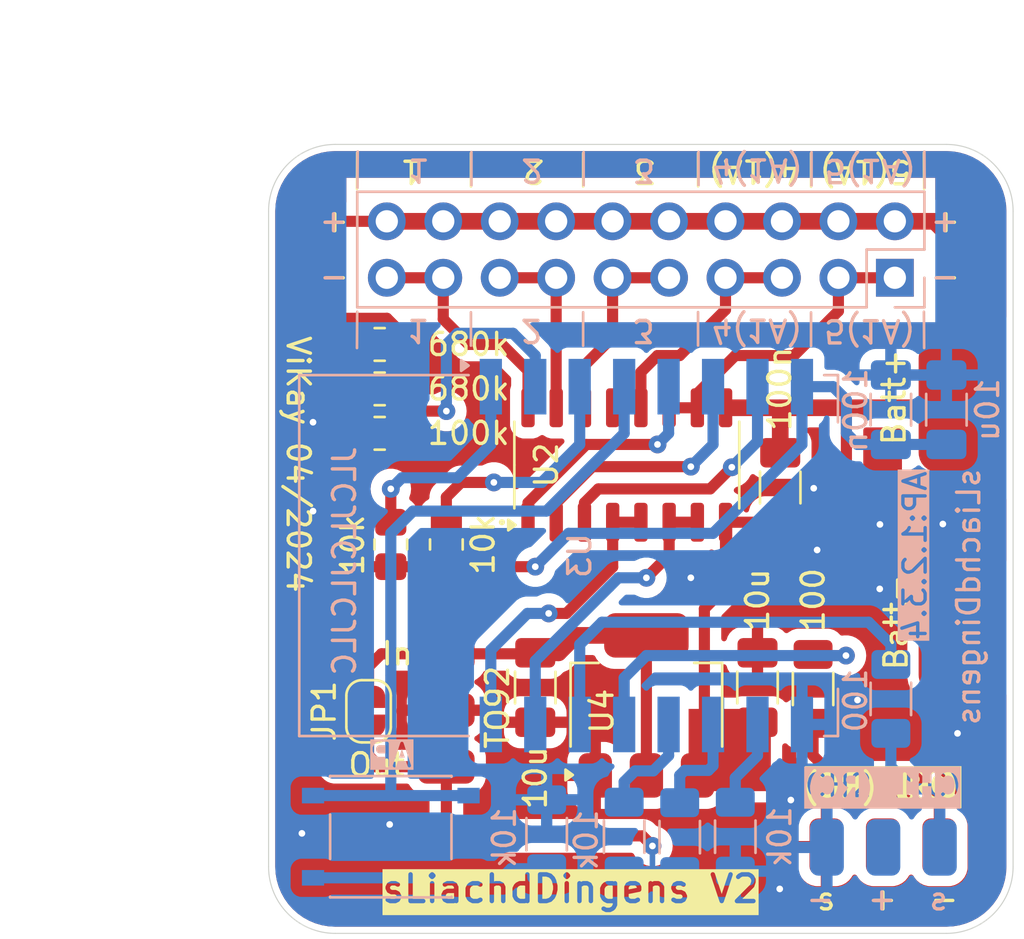
<source format=kicad_pcb>
(kicad_pcb (version 20240108) (generator "pcbnew") (generator_version "8.0")
  (layers (0 "F.Cu" signal) (31 "B.Cu" signal) (34 "B.Paste" user) (35 "F.Paste" user) (36 "B.SilkS" user "B.Silkscreen") (37 "F.SilkS" user "F.Silkscreen") (38 "B.Mask" user) (39 "F.Mask" user) (44 "Edge.Cuts" user))
  (net 0 "")
  (net 1 "-BATT")
  (net 2 "D1")
  (net 3 "+BATT")
  (net 5 "D2")
  (net 6 "Net-(J3-Pin_13)")
  (net 7 "Net-(J3-Pin_5)")
  (net 8 "Net-(R2-Pad2)")
  (net 9 "Net-(J3-Pin_11)")
  (net 10 "Net-(J3-Pin_17)")
  (net 11 "Net-(J3-Pin_1)")
  (net 13 "D4")
  (net 14 "D0")
  (net 15 "D8")
  (net 16 "D3")
  (net 17 "TX")
  (net 18 "3,3V")
  (net 19 "RX")
  (net 20 "D5")
  (net 21 "D7")
  (net 22 "D6")
  (net 23 "Net-(U3-EN)")
  (net 24 "ADC")
  (net 25 "Net-(U3-~{RST})")
  (net 26 "/CH1")
  (net 27 "/CH2")
  (net 28 "Net-(JP1-A)")
  (net 29 "Net-(R10-Pad2)")
  (footprint "ViKay:Conn_01x03_2.54_small" (layer "F.Cu") (at 131.680897 92.596947 -90)
    (property "Reference" "CH2(RC)1" (hide yes))
    (property "Value" "CH2 (RC) LowPower" (hide yes))
    (fp_text user "CH2 (RC)" (at -2.75 2.5 0) (layer "F.SilkS" knockout))
    (pad "1" smd roundrect (at 0 0 270) (size 2.54 1.524) (layers "F.Cu" "F.Paste" "F.Mask") (net 27 "/CH2"))
    (pad "2" smd roundrect (at 0 2.54 270) (size 2.54 1.524) (layers "F.Cu" "F.Paste" "F.Mask"))
    (pad "3" smd roundrect (at 0 5.08 270) (size 2.54 1.524) (layers "F.Cu" "F.Paste" "F.Mask") (net 1 "-BATT"))
  )
  (footprint "ViKay:Conn_01x01_2.54_big" (layer "F.Cu") (at 132.5 82.75 90)
    (property "Reference" "Batt-1" (hide yes))
    (property "Value" "Batt-" (at 0.248563 -2.769697 90) (layer "F.SilkS") (effects (font (thickness 0.153))))
    (pad "1" smd roundrect (at 0 0 90) (size 6 3.5) (layers "F.Cu" "F.Paste" "F.Mask") (net 1 "-BATT"))
  )
  (footprint "Package_SO:SO-16_3.9x9.9mm_P1.27mm" (layer "F.Cu") (at 117.61887 75.425 90)
    (property "Reference" "U2" (at 0 -3.61887 90) (layer "F.SilkS"))
    (property "Value" "ULN2003")
    (pad "1" smd roundrect (at -2.575 -4.445 90) (size 1.75 0.6) (layers "F.Cu" "F.Paste" "F.Mask") (net 20 "D5"))
    (pad "2" smd roundrect (at -2.575 -3.175 90) (size 1.75 0.6) (layers "F.Cu" "F.Paste" "F.Mask") (net 22 "D6"))
    (pad "3" smd roundrect (at -2.575 -1.905 90) (size 1.75 0.6) (layers "F.Cu" "F.Paste" "F.Mask") (net 21 "D7"))
    (pad "4" smd roundrect (at -2.575 -0.635 90) (size 1.75 0.6) (layers "F.Cu" "F.Paste" "F.Mask") (net 17 "TX"))
    (pad "5" smd roundrect (at -2.575 0.635 90) (size 1.75 0.6) (layers "F.Cu" "F.Paste" "F.Mask") (net 17 "TX"))
    (pad "6" smd roundrect (at -2.575 1.905 90) (size 1.75 0.6) (layers "F.Cu" "F.Paste" "F.Mask") (net 19 "RX"))
    (pad "7" smd roundrect (at -2.575 3.175 90) (size 1.75 0.6) (layers "F.Cu" "F.Paste" "F.Mask") (net 19 "RX"))
    (pad "8" smd roundrect (at -2.575 4.445 90) (size 1.75 0.6) (layers "F.Cu" "F.Paste" "F.Mask") (net 1 "-BATT"))
    (pad "9" smd roundrect (at 2.575 4.445 90) (size 1.75 0.6) (layers "F.Cu" "F.Paste" "F.Mask") (net 3 "+BATT"))
    (pad "10" smd roundrect (at 2.575 3.175 90) (size 1.75 0.6) (layers "F.Cu" "F.Paste" "F.Mask") (net 11 "Net-(J3-Pin_1)"))
    (pad "11" smd roundrect (at 2.575 1.905 90) (size 1.75 0.6) (layers "F.Cu" "F.Paste" "F.Mask") (net 11 "Net-(J3-Pin_1)"))
    (pad "12" smd roundrect (at 2.575 0.635 90) (size 1.75 0.6) (layers "F.Cu" "F.Paste" "F.Mask") (net 7 "Net-(J3-Pin_5)"))
    (pad "13" smd roundrect (at 2.575 -0.635 90) (size 1.75 0.6) (layers "F.Cu" "F.Paste" "F.Mask") (net 7 "Net-(J3-Pin_5)"))
    (pad "14" smd roundrect (at 2.575 -1.905 90) (size 1.75 0.6) (layers "F.Cu" "F.Paste" "F.Mask") (net 9 "Net-(J3-Pin_11)"))
    (pad "15" smd roundrect (at 2.575 -3.175 90) (size 1.75 0.6) (layers "F.Cu" "F.Paste" "F.Mask") (net 6 "Net-(J3-Pin_13)"))
    (pad "16" smd roundrect (at 2.575 -4.445 90) (size 1.75 0.6) (layers "F.Cu" "F.Paste" "F.Mask") (net 10 "Net-(J3-Pin_17)"))
  )
  (footprint "Capacitor_SMD:C_1206_3216Metric_Pad1.33x1.80mm_HandSolder" (layer "F.Cu") (at 124.522424 76.4375 -90)
    (property "Reference" "C2" (hide yes))
    (property "Value" "100n" (at -4.4375 0.022424 -90) (layer "F.SilkS"))
    (pad "1" smd roundrect (at -1.5625 0 270) (size 1.325 1.8) (layers "F.Cu" "F.Paste" "F.Mask") (roundrect_rratio 0.188679) (net 3 "+BATT"))
    (pad "2" smd roundrect (at 1.5625 0 270) (size 1.325 1.8) (layers "F.Cu" "F.Paste" "F.Mask") (roundrect_rratio 0.188679) (net 1 "-BATT"))
  )
  (footprint "ViKay:Conn_01x01_2.54_big" (layer "F.Cu") (at 132.5 72.75 90)
    (property "Reference" "Batt+1" (hide yes))
    (property "Value" "Batt+" (at 0.372925 -2.860093 90) (layer "F.SilkS") (effects (font (thickness 0.153))))
    (pad "1" smd roundrect (at 0 0 90) (size 6 3.5) (layers "F.Cu" "F.Paste" "F.Mask") (net 3 "+BATT"))
  )
  (footprint "ViKay:Conn_01x03_2.54_small" (layer "F.Cu") (at 109.5 83.92)
    (property "Reference" "TO92" (at 2.298647 2.405903 -90) (layer "F.SilkS"))
    (property "Value" "KA75330" (hide yes))
    (pad "1" smd roundrect (at 0 0) (size 2.54 1.524) (layers "F.Cu" "F.Paste" "F.Mask") (net 28 "Net-(JP1-A)"))
    (pad "2" smd roundrect (at 0 2.54) (size 2.54 1.524) (layers "F.Cu" "F.Paste" "F.Mask") (net 1 "-BATT"))
    (pad "3" smd roundrect (at 0 5.08) (size 2.54 1.524) (layers "F.Cu" "F.Paste" "F.Mask") (net 18 "3,3V"))
  )
  (footprint "Package_TO_SOT_SMD:SOT-223-3_TabPin2" (layer "F.Cu") (at 118.5 86.241573 90)
    (property "Reference" "U4" (at -0.258427 -2 -90) (layer "F.SilkS"))
    (property "Value" "AMS1117-3.3")
    (pad "1" smd roundrect (at -3.15 -2.3 90) (size 2 1.5) (layers "F.Cu" "F.Paste" "F.Mask") (net 1 "-BATT"))
    (pad "2" smd roundrect (at -3.15 0 90) (size 2 1.5) (layers "F.Cu" "F.Paste" "F.Mask") (net 28 "Net-(JP1-A)"))
    (pad "2" smd roundrect (at 3.15 0 90) (size 2 3.8) (layers "F.Cu" "F.Paste" "F.Mask") (net 28 "Net-(JP1-A)"))
    (pad "3" smd roundrect (at -3.15 2.3 90) (size 2 1.5) (layers "F.Cu" "F.Paste" "F.Mask") (net 3 "+BATT"))
  )
  (footprint "Resistor_SMD:R_0805_2012Metric_Pad1.20x1.40mm_HandSolder" (layer "F.Cu") (at 106.5 70)
    (property "Reference" "R11" (hide yes))
    (property "Value" "680k" (at 4 0 0) (layer "F.SilkS"))
    (pad "1" smd roundrect (at -1 0) (size 1.2 1.4) (layers "F.Cu" "F.Paste" "F.Mask") (roundrect_rratio 0.208333) (net 29 "Net-(R10-Pad2)"))
    (pad "2" smd roundrect (at 1 0) (size 1.2 1.4) (layers "F.Cu" "F.Paste" "F.Mask") (roundrect_rratio 0.208333) (net 3 "+BATT"))
  )
  (footprint "Resistor_SMD:R_0805_2012Metric_Pad1.20x1.40mm_HandSolder" (layer "F.Cu") (at 109.5 79 90)
    (property "Reference" "R1" (hide yes))
    (property "Value" "10k" (at 0 1.65 -90) (layer "F.SilkS"))
    (pad "1" smd roundrect (at -1 0 90) (size 1.2 1.4) (layers "F.Cu" "F.Paste" "F.Mask") (roundrect_rratio 0.208333) (net 18 "3,3V"))
    (pad "2" smd roundrect (at 1 0 90) (size 1.2 1.4) (layers "F.Cu" "F.Paste" "F.Mask") (roundrect_rratio 0.208333) (net 23 "Net-(U3-EN)"))
  )
  (footprint "Resistor_SMD:R_0805_2012Metric_Pad1.20x1.40mm_HandSolder" (layer "F.Cu") (at 106.5 74)
    (property "Reference" "R9" (hide yes))
    (property "Value" "100k" (at 4 0 0) (layer "F.SilkS"))
    (pad "1" smd roundrect (at -1 0) (size 1.2 1.4) (layers "F.Cu" "F.Paste" "F.Mask") (roundrect_rratio 0.208333) (net 1 "-BATT"))
    (pad "2" smd roundrect (at 1 0) (size 1.2 1.4) (layers "F.Cu" "F.Paste" "F.Mask") (roundrect_rratio 0.208333) (net 24 "ADC"))
  )
  (footprint "Capacitor_SMD:C_1206_3216Metric_Pad1.33x1.80mm_HandSolder" (layer "F.Cu") (at 123.5 85.4375 90)
    (property "Reference" "C3" (hide yes))
    (property "Value" "10u" (at 3.9375 0 90) (layer "F.SilkS"))
    (pad "1" smd roundrect (at -1.5625 0 90) (size 1.325 1.8) (layers "F.Cu" "F.Paste" "F.Mask") (roundrect_rratio 0.188679) (net 3 "+BATT"))
    (pad "2" smd roundrect (at 1.5625 0 90) (size 1.325 1.8) (layers "F.Cu" "F.Paste" "F.Mask") (roundrect_rratio 0.188679) (net 1 "-BATT"))
  )
  (footprint "Resistor_SMD:R_0805_2012Metric_Pad1.20x1.40mm_HandSolder" (layer "F.Cu") (at 107 79 90)
    (property "Reference" "R3" (hide yes))
    (property "Value" "10k" (at -0.025447 -1.724235 -90) (layer "F.SilkS"))
    (pad "1" smd roundrect (at -1 0 90) (size 1.2 1.4) (layers "F.Cu" "F.Paste" "F.Mask") (roundrect_rratio 0.208333) (net 18 "3,3V"))
    (pad "2" smd roundrect (at 1 0 90) (size 1.2 1.4) (layers "F.Cu" "F.Paste" "F.Mask") (roundrect_rratio 0.208333) (net 25 "Net-(U3-~{RST})"))
  )
  (footprint "Resistor_SMD:R_0805_2012Metric_Pad1.20x1.40mm_HandSolder" (layer "F.Cu") (at 106.5 72 180)
    (property "Reference" "R10" (hide yes))
    (property "Value" "680k" (at -4 0 0) (layer "F.SilkS"))
    (pad "1" smd roundrect (at -1 0 180) (size 1.2 1.4) (layers "F.Cu" "F.Paste" "F.Mask") (roundrect_rratio 0.208333) (net 24 "ADC"))
    (pad "2" smd roundrect (at 1 0 180) (size 1.2 1.4) (layers "F.Cu" "F.Paste" "F.Mask") (roundrect_rratio 0.208333) (net 29 "Net-(R10-Pad2)"))
  )
  (footprint "Jumper:SolderJumper-2_P1.3mm_Open_RoundedPad1.0x1.5mm" (layer "F.Cu") (at 106 86.506208 -90)
    (property "Reference" "JP1" (at -0.006208 2 90) (layer "F.SilkS"))
    (property "Value" "kein Supervisor")
    (pad "1" smd custom (at -0.65 0 270) (size 1 0.5) (layers "F.Cu" "F.Mask") (net 28 "Net-(JP1-A)") (options (clearance outline) (anchor rect)) (primitives (gr_circle (center 0 0.25) (end 0.5 0.25) (width 0) (fill yes)) (gr_circle (center 0 -0.25) (end 0.5 -0.25) (width 0) (fill yes)) (gr_poly (pts (xy 0.5 0.75) (xy 0 0.75) (xy 0 -0.75) (xy 0.5 -0.75)) (width 0) (fill yes))))
    (pad "2" smd custom (at 0.65 0 270) (size 1 0.5) (layers "F.Cu" "F.Mask") (net 18 "3,3V") (options (clearance outline) (anchor rect)) (primitives (gr_circle (center 0 0.25) (end 0.5 0.25) (width 0) (fill yes)) (gr_circle (center 0 -0.25) (end 0.5 -0.25) (width 0) (fill yes)) (gr_poly (pts (xy 0 0.75) (xy -0.5 0.75) (xy -0.5 -0.75) (xy 0 -0.75)) (width 0) (fill yes))))
  )
  (footprint "Capacitor_SMD:C_1206_3216Metric_Pad1.33x1.80mm_HandSolder" (layer "F.Cu") (at 113.5 85.4375 -90)
    (property "Reference" "C4" (hide yes))
    (property "Value" "10u" (at 4.0625 0 -90) (layer "F.SilkS"))
    (pad "1" smd roundrect (at -1.5625 0 270) (size 1.325 1.8) (layers "F.Cu" "F.Paste" "F.Mask") (roundrect_rratio 0.188679) (net 28 "Net-(JP1-A)"))
    (pad "2" smd roundrect (at 1.5625 0 270) (size 1.325 1.8) (layers "F.Cu" "F.Paste" "F.Mask") (roundrect_rratio 0.188679) (net 1 "-BATT"))
  )
  (footprint "Resistor_SMD:R_1206_3216Metric_Pad1.30x1.75mm_HandSolder" (layer "F.Cu") (at 126 85.5 90)
    (property "Reference" "R8" (hide yes))
    (property "Value" "100" (at 4 0 90) (layer "F.SilkS"))
    (pad "1" smd roundrect (at -1.55 0 90) (size 1.3 1.75) (layers "F.Cu" "F.Paste" "F.Mask") (roundrect_rratio 0.192308) (net 27 "/CH2"))
    (pad "2" smd roundrect (at 1.55 0 90) (size 1.3 1.75) (layers "F.Cu" "F.Paste" "F.Mask") (roundrect_rratio 0.192308) (net 5 "D2"))
  )
  (footprint "ViKay:Conn_01x03_2.54_small" (layer "B.Cu") (at 131.703418 92.632772 90)
    (property "Reference" "CH1(RC)1" (hide yes))
    (property "Value" "CH1 (RC)" (at 2.764054 -2.605888 0) (layer "B.SilkS" knockout) (effects (font (thickness 0.153)) (justify mirror)))
    (pad "1" smd roundrect (at 0 0 90) (size 2.54 1.524) (layers "B.Cu" "B.Paste" "B.Mask") (net 26 "/CH1"))
    (pad "2" smd roundrect (at 0 -2.54 90) (size 2.54 1.524) (layers "B.Cu" "B.Paste" "B.Mask"))
    (pad "3" smd roundrect (at 0 -5.08 90) (size 2.54 1.524) (layers "B.Cu" "B.Paste" "B.Mask") (net 1 "-BATT"))
  )
  (footprint "ViKay:SW_Push_1P1T_NO_4.5x4.5mm_H7mm" (layer "B.Cu") (at 107 92.15 180)
    (property "Reference" "SW1" (hide yes))
    (property "Value" "AP" (at 0 3.65 180) (layer "B.SilkS" knockout) (effects (font (thickness 0.153)) (justify mirror)))
    (pad "1" smd rect (at -3.5 1.85 180) (size 1 0.7) (layers "B.Cu" "B.Paste" "B.Mask") (net 14 "D0"))
    (pad "1" smd rect (at 3.5 1.85 180) (size 1 0.7) (layers "B.Cu" "B.Paste" "B.Mask") (net 14 "D0"))
    (pad "2" smd rect (at -3.5 -1.85 180) (size 1 0.7) (layers "B.Cu" "B.Paste" "B.Mask") (net 8 "Net-(R2-Pad2)"))
    (pad "2" smd rect (at 3.5 -1.85 180) (size 1 0.7) (layers "B.Cu" "B.Paste" "B.Mask") (net 8 "Net-(R2-Pad2)"))
  )
  (footprint "Resistor_SMD:R_1206_3216Metric_Pad1.30x1.75mm_HandSolder" (layer "B.Cu") (at 114.013202 92.040396 -90)
    (property "Reference" "R2" (hide yes))
    (property "Value" "10k" (at 0.146997 1.908645 90) (layer "B.SilkS") (effects (justify mirror)))
    (pad "1" smd roundrect (at -1.55 0 270) (size 1.3 1.75) (layers "B.Cu" "B.Paste" "B.Mask") (roundrect_rratio 0.192308) (net 1 "-BATT"))
    (pad "2" smd roundrect (at 1.55 0 270) (size 1.3 1.75) (layers "B.Cu" "B.Paste" "B.Mask") (roundrect_rratio 0.192308) (net 8 "Net-(R2-Pad2)"))
  )
  (footprint "Connector_PinHeader_2.54mm:PinHeader_2x10_P2.54mm_Vertical" (layer "B.Cu") (at 129.68 67 90)
    (property "Reference" "J3" (hide yes))
    (property "Value" "Conn_02x05_Odd_Even")
    (pad "1" thru_hole rect (at 0 0 90) (size 1.7 1.7) (drill 1) (layers "*.Cu" "*.Mask") (net 11 "Net-(J3-Pin_1)"))
    (pad "2" thru_hole oval (at 2.54 0 90) (size 1.7 1.7) (drill 1) (layers "*.Cu" "*.Mask") (net 3 "+BATT"))
    (pad "3" thru_hole oval (at 0 -2.54 90) (size 1.7 1.7) (drill 1) (layers "*.Cu" "*.Mask") (net 11 "Net-(J3-Pin_1)"))
    (pad "4" thru_hole oval (at 2.54 -2.54 90) (size 1.7 1.7) (drill 1) (layers "*.Cu" "*.Mask") (net 3 "+BATT"))
    (pad "5" thru_hole oval (at 0 -5.08 90) (size 1.7 1.7) (drill 1) (layers "*.Cu" "*.Mask") (net 7 "Net-(J3-Pin_5)"))
    (pad "6" thru_hole oval (at 2.54 -5.08 90) (size 1.7 1.7) (drill 1) (layers "*.Cu" "*.Mask") (net 3 "+BATT"))
    (pad "7" thru_hole oval (at 0 -7.62 90) (size 1.7 1.7) (drill 1) (layers "*.Cu" "*.Mask") (net 7 "Net-(J3-Pin_5)"))
    (pad "8" thru_hole oval (at 2.54 -7.62 90) (size 1.7 1.7) (drill 1) (layers "*.Cu" "*.Mask") (net 3 "+BATT"))
    (pad "9" thru_hole oval (at 0 -10.16 90) (size 1.7 1.7) (drill 1) (layers "*.Cu" "*.Mask") (net 9 "Net-(J3-Pin_11)"))
    (pad "10" thru_hole oval (at 2.54 -10.16 90) (size 1.7 1.7) (drill 1) (layers "*.Cu" "*.Mask") (net 3 "+BATT"))
    (pad "11" thru_hole oval (at 0 -12.7 90) (size 1.7 1.7) (drill 1) (layers "*.Cu" "*.Mask") (net 9 "Net-(J3-Pin_11)"))
    (pad "12" thru_hole oval (at 2.54 -12.7 90) (size 1.7 1.7) (drill 1) (layers "*.Cu" "*.Mask") (net 3 "+BATT"))
    (pad "13" thru_hole oval (at 0 -15.24 90) (size 1.7 1.7) (drill 1) (layers "*.Cu" "*.Mask") (net 6 "Net-(J3-Pin_13)"))
    (pad "14" thru_hole oval (at 2.54 -15.24 90) (size 1.7 1.7) (drill 1) (layers "*.Cu" "*.Mask") (net 3 "+BATT"))
    (pad "15" thru_hole oval (at 0 -17.78 90) (size 1.7 1.7) (drill 1) (layers "*.Cu" "*.Mask") (net 6 "Net-(J3-Pin_13)"))
    (pad "16" thru_hole oval (at 2.54 -17.78 90) (size 1.7 1.7) (drill 1) (layers "*.Cu" "*.Mask") (net 3 "+BATT"))
    (pad "17" thru_hole oval (at 0 -20.32 90) (size 1.7 1.7) (drill 1) (layers "*.Cu" "*.Mask") (net 10 "Net-(J3-Pin_17)"))
    (pad "18" thru_hole oval (at 2.54 -20.32 90) (size 1.7 1.7) (drill 1) (layers "*.Cu" "*.Mask") (net 3 "+BATT"))
    (pad "19" thru_hole oval (at 0 -22.86 90) (size 1.7 1.7) (drill 1) (layers "*.Cu" "*.Mask") (net 10 "Net-(J3-Pin_17)"))
    (pad "20" thru_hole oval (at 2.54 -22.86 90) (size 1.7 1.7) (drill 1) (layers "*.Cu" "*.Mask") (net 3 "+BATT"))
  )
  (footprint "Capacitor_SMD:C_1206_3216Metric_Pad1.33x1.80mm_HandSolder" (layer "B.Cu") (at 129.5 72.9375 -90)
    (property "Reference" "C5" (hide yes))
    (property "Value" "100n" (at 0.024202 1.584848 -90) (layer "B.SilkS") (effects (font (thickness 0.153)) (justify mirror)))
    (pad "1" smd roundrect (at -1.5625 0 270) (size 1.325 1.8) (layers "B.Cu" "B.Paste" "B.Mask") (roundrect_rratio 0.188679) (net 1 "-BATT"))
    (pad "2" smd roundrect (at 1.5625 0 270) (size 1.325 1.8) (layers "B.Cu" "B.Paste" "B.Mask") (roundrect_rratio 0.188679) (net 18 "3,3V"))
  )
  (footprint "Resistor_SMD:R_1206_3216Metric_Pad1.30x1.75mm_HandSolder" (layer "B.Cu") (at 120 92.169254 -90)
    (property "Reference" "R5" (hide yes))
    (property "Value" "10k" (hide yes))
    (pad "1" smd roundrect (at -1.55 0 270) (size 1.3 1.75) (layers "B.Cu" "B.Paste" "B.Mask") (roundrect_rratio 0.192308) (net 13 "D4"))
    (pad "2" smd roundrect (at 1.55 0 270) (size 1.3 1.75) (layers "B.Cu" "B.Paste" "B.Mask") (roundrect_rratio 0.192308) (net 18 "3,3V"))
  )
  (footprint "Capacitor_SMD:C_1206_3216Metric_Pad1.33x1.80mm_HandSolder" (layer "B.Cu") (at 132 72.9375 -90)
    (property "Reference" "C6" (hide yes))
    (property "Value" "10u" (at 0 -1.85 -90) (layer "B.SilkS") (effects (justify mirror)))
    (pad "1" smd roundrect (at -1.5625 0 270) (size 1.325 1.8) (layers "B.Cu" "B.Paste" "B.Mask") (roundrect_rratio 0.188679) (net 1 "-BATT"))
    (pad "2" smd roundrect (at 1.5625 0 270) (size 1.325 1.8) (layers "B.Cu" "B.Paste" "B.Mask") (roundrect_rratio 0.188679) (net 18 "3,3V"))
  )
  (footprint "ViKay:ESP-12S" (layer "B.Cu") (at 115 79.5 -90)
    (property "Reference" "U3" (at 0 -0.5 -90) (layer "B.SilkS") (effects (justify mirror)))
    (property "Value" "ESP-12F")
    (pad "1" smd rect (at -7.6 3.5 270) (size 2.5 1) (layers "B.Cu" "B.Paste" "B.Mask") (net 25 "Net-(U3-~{RST})"))
    (pad "2" smd rect (at -7.6 1.5 270) (size 2.5 1) (layers "B.Cu" "B.Paste" "B.Mask") (net 24 "ADC"))
    (pad "3" smd rect (at -7.6 -0.5 270) (size 2.5 1) (layers "B.Cu" "B.Paste" "B.Mask") (net 23 "Net-(U3-EN)"))
    (pad "4" smd rect (at -7.6 -2.5 270) (size 2.5 1) (layers "B.Cu" "B.Paste" "B.Mask") (net 14 "D0"))
    (pad "5" smd rect (at -7.6 -4.5 270) (size 2.5 1) (layers "B.Cu" "B.Paste" "B.Mask") (net 20 "D5"))
    (pad "6" smd rect (at -7.6 -6.5 270) (size 2.5 1) (layers "B.Cu" "B.Paste" "B.Mask") (net 22 "D6"))
    (pad "7" smd rect (at -7.6 -8.5 270) (size 2.5 1) (layers "B.Cu" "B.Paste" "B.Mask") (net 21 "D7"))
    (pad "8" smd rect (at -7.6 -10.5 270) (size 2.5 1) (layers "B.Cu" "B.Paste" "B.Mask") (net 18 "3,3V"))
    (pad "15" smd rect (at 7.6 -10.5 270) (size 2.5 1) (layers "B.Cu" "B.Paste" "B.Mask") (net 1 "-BATT"))
    (pad "16" smd rect (at 7.6 -8.5 270) (size 2.5 1) (layers "B.Cu" "B.Paste" "B.Mask") (net 15 "D8"))
    (pad "17" smd rect (at 7.6 -6.5 270) (size 2.5 1) (layers "B.Cu" "B.Paste" "B.Mask") (net 13 "D4"))
    (pad "18" smd rect (at 7.6 -4.5 270) (size 2.5 1) (layers "B.Cu" "B.Paste" "B.Mask") (net 16 "D3"))
    (pad "19" smd rect (at 7.6 -2.5 270) (size 2.5 1) (layers "B.Cu" "B.Paste" "B.Mask") (net 5 "D2"))
    (pad "20" smd rect (at 7.6 -0.5 270) (size 2.5 1) (layers "B.Cu" "B.Paste" "B.Mask") (net 2 "D1"))
    (pad "21" smd rect (at 7.6 1.5 270) (size 2.5 1) (layers "B.Cu" "B.Paste" "B.Mask") (net 19 "RX"))
    (pad "22" smd rect (at 7.6 3.5 270) (size 2.5 1) (layers "B.Cu" "B.Paste" "B.Mask") (net 17 "TX"))
  )
  (footprint "Resistor_SMD:R_1206_3216Metric_Pad1.30x1.75mm_HandSolder" (layer "B.Cu") (at 122.5 92.15 90)
    (property "Reference" "R6" (hide yes))
    (property "Value" "10k" (at 0 2 90) (layer "B.SilkS") (effects (justify mirror)))
    (pad "1" smd roundrect (at -1.55 0 90) (size 1.3 1.75) (layers "B.Cu" "B.Paste" "B.Mask") (roundrect_rratio 0.192308) (net 1 "-BATT"))
    (pad "2" smd roundrect (at 1.55 0 90) (size 1.3 1.75) (layers "B.Cu" "B.Paste" "B.Mask") (roundrect_rratio 0.192308) (net 15 "D8"))
  )
  (footprint "Resistor_SMD:R_1206_3216Metric_Pad1.30x1.75mm_HandSolder" (layer "B.Cu") (at 117.5 92.146372 -90)
    (property "Reference" "R4" (hide yes))
    (property "Value" "10k" (at 0.148346 1.709008 -90) (layer "B.SilkS") (effects (justify mirror)))
    (pad "1" smd roundrect (at -1.55 0 270) (size 1.3 1.75) (layers "B.Cu" "B.Paste" "B.Mask") (roundrect_rratio 0.192308) (net 16 "D3"))
    (pad "2" smd roundrect (at 1.55 0 270) (size 1.3 1.75) (layers "B.Cu" "B.Paste" "B.Mask") (roundrect_rratio 0.192308) (net 18 "3,3V"))
  )
  (footprint "Resistor_SMD:R_1206_3216Metric_Pad1.30x1.75mm_HandSolder" (layer "B.Cu") (at 129.5 85.95 90)
    (property "Reference" "R7" (hide yes))
    (property "Value" "100" (at -0.07375 -1.590645 90) (layer "B.SilkS") (effects (justify mirror)))
    (pad "1" smd roundrect (at -1.55 0 90) (size 1.3 1.75) (layers "B.Cu" "B.Paste" "B.Mask") (roundrect_rratio 0.192308) (net 26 "/CH1"))
    (pad "2" smd roundrect (at 1.55 0 90) (size 1.3 1.75) (layers "B.Cu" "B.Paste" "B.Mask") (roundrect_rratio 0.192308) (net 2 "D1"))
  )
  (gr_rect (start 120.5 86.5) (end 124 90) (stroke (width 0.2)) (fill solid) (layer "F.Cu") (net 3))
  (gr_line (start 131.019836 62.949014) (end 131.009836 61.319014) (stroke (width 0.12)) (layer "B.SilkS"))
  (gr_line (start 125.908465 70.06125) (end 125.908465 68.56125) (stroke (width 0.12)) (layer "B.SilkS"))
  (gr_line (start 120.824112 70.046887) (end 120.824112 68.546887) (stroke (width 0.12)) (layer "B.SilkS"))
  (gr_line (start 115.653584 70.054069) (end 115.653584 68.554069) (stroke (width 0.12)) (layer "B.SilkS"))
  (gr_line (start 130.997547 70.16118) (end 130.987547 68.53118) (stroke (width 0.12)) (layer "B.SilkS"))
  (gr_line (start 120.846401 62.834721) (end 120.846401 61.334721) (stroke (width 0.12)) (layer "B.SilkS"))
  (gr_line (start 105.477547 70.16118) (end 105.487547 68.53118) (stroke (width 0.12)) (layer "B.SilkS"))
  (gr_line (start 110.627426 62.841903) (end 110.627426 61.341903) (stroke (width 0.12)) (layer "B.SilkS"))
  (gr_line (start 115.675873 62.841903) (end 115.675873 61.341903) (stroke (width 0.12)) (layer "B.SilkS"))
  (gr_line (start 125.930754 62.849084) (end 125.930754 61.349084) (stroke (width 0.12)) (layer "B.SilkS"))
  (gr_line (start 105.499836 62.949014) (end 105.509836 61.319014) (stroke (width 0.12)) (layer "B.SilkS"))
  (gr_line (start 110.605137 70.054069) (end 110.605137 68.554069) (stroke (width 0.12)) (layer "B.SilkS"))
  (gr_line (start 105.49 61.37) (end 105.48 63) (stroke (width 0.12)) (layer "F.SilkS"))
  (gr_line (start 120.826565 61.385707) (end 120.826565 62.885707) (stroke (width 0.12)) (layer "F.SilkS"))
  (gr_line (start 130.99 61.37) (end 131 63) (stroke (width 0.12)) (layer "F.SilkS"))
  (gr_circle (center 112 78) (end 111.949974 78.060886) (stroke (width 0.12)) (fill none) (layer "F.SilkS"))
  (gr_line (start 115.656037 61.392889) (end 115.656037 62.892889) (stroke (width 0.12)) (layer "F.SilkS"))
  (gr_line (start 125.910918 61.40007) (end 125.910918 62.90007) (stroke (width 0.12)) (layer "F.SilkS"))
  (gr_line (start 110.60759 61.392889) (end 110.60759 62.892889) (stroke (width 0.12)) (layer "F.SilkS"))
  (gr_arc (start 132 61) (mid 134.12132 61.87868) (end 135 64) (stroke (width 0.05)) (layer "Edge.Cuts"))
  (gr_line (start 132 96.5) (end 104.5 96.5) (stroke (width 0.05)) (layer "Edge.Cuts"))
  (gr_arc (start 104.5 96.5) (mid 102.37868 95.62132) (end 101.5 93.5) (stroke (width 0.05)) (layer "Edge.Cuts"))
  (gr_line (start 104.5 61) (end 132 61) (stroke (width 0.05)) (layer "Edge.Cuts"))
  (gr_arc (start 135 93.5) (mid 134.12132 95.62132) (end 132 96.5) (stroke (width 0.05)) (layer "Edge.Cuts"))
  (gr_arc (start 101.5 64) (mid 102.37868 61.87868) (end 104.5 61) (stroke (width 0.05)) (layer "Edge.Cuts"))
  (gr_line (start 135 64) (end 135 93.5) (stroke (width 0.05)) (layer "Edge.Cuts"))
  (gr_line (start 101.5 64) (end 101.5 93.5) (stroke (width 0.05)) (layer "Edge.Cuts"))
  (gr_text "+" (at 104.421691 64.428774 0) (layer "B.SilkS") (effects (font (size 1 1) (thickness 0.153)) (justify mirror)))
  (gr_text "+" (at 131.921691 64.428774 0) (layer "B.SilkS") (effects (font (size 1 1) (thickness 0.153)) (justify mirror)))
  (gr_text "-" (at 131.921691 66.928774 0) (layer "B.SilkS") (effects (font (size 1 1) (thickness 0.153)) (justify mirror)))
  (gr_text "-" (at 104.421691 66.928774 0) (layer "B.SilkS") (effects (font (size 1 1) (thickness 0.153)) (justify mirror)))
  (gr_text "4(1A)" (at 121.333872 61.565575 180) (layer "B.SilkS") (effects (font (size 1 1) (thickness 0.153)) (justify left bottom mirror)))
  (gr_text "5(1A)" (at 126.401322 68.801978 180) (layer "B.SilkS") (effects (font (size 1 1) (thickness 0.153)) (justify left bottom mirror)))
  (gr_text "JLCJLCJLCJLC" (at 105.5 74.5 90) (layer "B.SilkS") (effects (font (size 1 1) (thickness 0.153)) (justify left bottom mirror)))
  (gr_text "2" (at 112.753823 68.787634 180) (layer "B.SilkS") (effects (font (size 1 1) (thickness 0.153)) (justify left bottom mirror)))
  (gr_text "1" (at 107.686373 61.575468 180) (layer "B.SilkS") (effects (font (size 1 1) (thickness 0.153)) (justify left bottom mirror)))
  (gr_text "s  +  -" (at 132.145975 95.528215 0) (layer "B.SilkS") (effects (font (size 1 1) (thickness 0.153)) (justify left bottom mirror)))
  (gr_text "1" (at 107.664084 68.787634 180) (layer "B.SilkS") (effects (font (size 1 1) (thickness 0.153)) (justify left bottom mirror)))
  (gr_text "AP:1.2.3.4" (at 131.172435 75.618665 90) (layer "B.SilkS" knockout) (effects (font (size 1 1) (thickness 0.153)) (justify left bottom mirror)))
  (gr_text "sLiachdDingens" (at 133 75.5 90) (layer "B.SilkS") (effects (font (size 1 1) (thickness 0.153)) (justify left mirror)))
  (gr_text "3" (at 117.807206 68.787634 180) (layer "B.SilkS") (effects (font (size 1 1) (thickness 0.153)) (justify left bottom mirror)))
  (gr_text "4(1A)" (at 121.311583 68.777741 180) (layer "B.SilkS") (effects (font (size 1 1) (thickness 0.153)) (justify left bottom mirror)))
  (gr_text "2" (at 112.776112 61.575468 180) (layer "B.SilkS") (effects (font (size 1 1) (thickness 0.153)) (justify left bottom mirror)))
  (gr_text "5(1A)" (at 126.423611 61.589812 180) (layer "B.SilkS") (effects (font (size 1 1) (thickness 0.153)) (justify left bottom mirror)))
  (gr_text "3" (at 117.829495 61.575468 180) (layer "B.SilkS") (effects (font (size 1 1) (thickness 0.153)) (justify left bottom mirror)))
  (gr_text "1" (at 108.5 61.626454 -180) (layer "F.SilkS") (effects (font (size 1 1) (thickness 0.153)) (justify left bottom)))
  (gr_text "sLiachdDingens V2" (at 106.5 94.5 0) (layer "F.SilkS" knockout) (effects (font (size 1.2 1.2) (thickness 0.2) (bold yes)) (justify left)))
  (gr_text "4(1A)" (at 125.5 61.616561 -180) (layer "F.SilkS") (effects (font (size 1 1) (thickness 0.153)) (justify left bottom)))
  (gr_text "In" (at 106.5 84.5 0) (layer "F.SilkS") (effects (font (size 1 1) (thickness 0.153)) (justify left bottom)))
  (gr_text "+" (at 131.979129 64.427491 -0) (layer "F.SilkS") (effects (font (size 1 1) (thickness 0.153))))
  (gr_text "5(1A)" (at 130.5 61.640798 -180) (layer "F.SilkS") (effects (font (size 1 1) (thickness 0.153)) (justify left bottom)))
  (gr_text "-" (at 131.979129 66.927491 -0) (layer "F.SilkS") (effects (font (size 1 1) (thickness 0.153))))
  (gr_text "+" (at 104.479129 64.427491 -0) (layer "F.SilkS") (effects (font (size 1 1) (thickness 0.153))))
  (gr_text "-" (at 104.479129 66.927491 -0) (layer "F.SilkS") (effects (font (size 1 1) (thickness 0.153))))
  (gr_text "3" (at 119 61.626454 -180) (layer "F.SilkS") (effects (font (size 1 1) (thickness 0.153)) (justify left bottom)))
  (gr_text "ViKay 04/2024" (at 102.837466 69.529599 -90) (layer "F.SilkS") (effects (font (size 1 1) (thickness 0.153)) (justify left)))
  (gr_text "s  +  -" (at 126.089437 95.528215 0) (layer "F.SilkS") (effects (font (size 1 1) (thickness 0.153)) (justify left bottom)))
  (gr_text "Out" (at 105 89.5 0) (layer "F.SilkS") (effects (font (size 1 1) (thickness 0.153)) (justify left bottom)))
  (gr_text "2" (at 114 61.626454 -180) (layer "F.SilkS") (effects (font (size 1 1) (thickness 0.153)) (justify left bottom)))
  (segment (start 124.522424 78) (end 122.06387 78) (width 0.5) (layer "F.Cu") (net 1))
  (via (at 132.5 87.5) (size 0.8) (drill 0.3) (layers "F.Cu" "B.Cu") (net 1))
  (via (at 125 90.5) (size 0.8) (drill 0.3) (layers "F.Cu" "B.Cu") (net 1))
  (via (at 131.839295 78.080446) (size 0.8) (drill 0.3) (layers "F.Cu" "B.Cu") (net 1))
  (via (at 106.949105 91.598968) (size 0.8) (drill 0.3) (layers "F.Cu" "B.Cu") (net 1))
  (via (at 103 92) (size 0.8) (drill 0.3) (layers "F.Cu" "B.Cu") (net 1))
  (via (at 126.029495 76.470504) (size 0.8) (drill 0.3) (layers "F.Cu" "B.Cu") (net 1))
  (via (at 103.5 77.5) (size 0.8) (drill 0.3) (layers "F.Cu" "B.Cu") (net 1))
  (via (at 129.009117 78.098302) (size 0.8) (drill 0.3) (layers "F.Cu" "B.Cu") (net 1))
  (via (at 124.5 94.5) (size 0.8) (drill 0.3) (layers "F.Cu" "B.Cu") (net 1))
  (via (at 129 81) (size 0.8) (drill 0.3) (layers "F.Cu" "B.Cu") (net 1))
  (via (at 120.5 80.5) (size 0.8) (drill 0.3) (layers "F.Cu" "B.Cu") (net 1))
  (via (at 103.5 73.5) (size 0.8) (drill 0.3) (layers "F.Cu" "B.Cu") (net 1))
  (via (at 126.182678 79.248795) (size 0.8) (drill 0.3) (layers "F.Cu" "B.Cu") (net 1))
  (via (at 128 86) (size 0.8) (drill 0.3) (layers "F.Cu" "B.Cu") (net 1))
  (segment (start 132 71.375) (end 129.5 71.375) (width 0.5) (layer "B.Cu") (net 1))
  (segment (start 128.5 82.5) (end 116.5 82.5) (width 0.5) (layer "B.Cu") (net 2))
  (segment (start 129.5 84.4) (end 129.5 83.5) (width 0.5) (layer "B.Cu") (net 2))
  (segment (start 116.5 82.5) (end 115.5 83.5) (width 0.5) (layer "B.Cu") (net 2))
  (segment (start 129.5 83.5) (end 128.5 82.5) (width 0.5) (layer "B.Cu") (net 2))
  (segment (start 115.5 83.5) (end 115.5 87.1) (width 0.5) (layer "B.Cu") (net 2))
  (segment (start 123.5 88.5) (end 123.5 87) (width 0.5) (layer "F.Cu") (net 3))
  (segment (start 106.825 68.825) (end 104.325 68.825) (width 0.5) (layer "F.Cu") (net 3))
  (segment (start 120.8 87.532218) (end 120.8 89.391573) (width 0.5) (layer "F.Cu") (net 3))
  (segment (start 120.8 89.391573) (end 122.608427 89.391573) (width 0.5) (layer "F.Cu") (net 3))
  (segment (start 106.82 64.46) (end 104.54 64.46) (width 0.5) (layer "F.Cu") (net 3))
  (segment (start 103.5 65.5) (end 103.5 68) (width 0.5) (layer "F.Cu") (net 3))
  (segment (start 121.109525 81.890475) (end 121.109525 87.222693) (width 0.5) (layer "F.Cu") (net 3))
  (segment (start 132.5 65.5) (end 132.5 72.75) (width 0.75) (layer "F.Cu") (net 3))
  (segment (start 124.6 64.46) (end 127.14 64.46) (width 0.75) (layer "F.Cu") (net 3))
  (segment (start 127 80.5) (end 122.5 80.5) (width 0.5) (layer "F.Cu") (net 3))
  (segment (start 114.44 64.46) (end 111.9 64.46) (width 0.75) (layer "F.Cu") (net 3))
  (segment (start 116.98 64.46) (end 114.44 64.46) (width 0.75) (layer "F.Cu") (net 3))
  (segment (start 132.4 72.85) (end 132.5 72.75) (width 0.75) (layer "F.Cu") (net 3))
  (segment (start 124.522424 72.872424) (end 124.5 72.85) (width 0.75) (layer "F.Cu") (net 3))
  (segment (start 111.9 64.46) (end 109.36 64.46) (width 0.75) (layer "F.Cu") (net 3))
  (segment (start 121.109525 87.222693) (end 120.8 87.532218) (width 0.5) (layer "F.Cu") (net 3))
  (segment (start 122.06 64.46) (end 119.52 64.46) (width 0.75) (layer "F.Cu") (net 3))
  (segment (start 127.5 72.85) (end 127.5 80) (width 0.5) (layer "F.Cu") (net 3))
  (segment (start 127.14 64.46) (end 129.68 64.46) (width 0.75) (layer "F.Cu") (net 3))
  (segment (start 127.5 80) (end 127 80.5) (width 0.5) (layer "F.Cu") (net 3))
  (segment (start 122.06387 72.85) (end 124.5 72.85) (width 0.75) (layer "F.Cu") (net 3))
  (segment (start 129.68 64.46) (end 131.46 64.46) (width 0.75) (layer "F.Cu") (net 3))
  (segment (start 124.6 64.46) (end 122.06 64.46) (width 0.75) (layer "F.Cu") (net 3))
  (segment (start 119.52 64.46) (end 116.98 64.46) (width 0.75) (layer "F.Cu") (net 3))
  (segment (start 103.5 68) (end 104.325 68.825) (width 0.5) (layer "F.Cu") (net 3))
  (segment (start 104.54 64.46) (end 103.5 65.5) (width 0.5) (layer "F.Cu") (net 3))
  (segment (start 127.5 72.85) (end 132.4 72.85) (width 0.75) (layer "F.Cu") (net 3))
  (segment (start 122.608427 89.391573) (end 123.5 88.5) (width 0.5) (layer "F.Cu") (net 3))
  (segment (start 107.5 69.5) (end 106.825 68.825) (width 0.5) (layer "F.Cu") (net 3))
  (segment (start 124.5 72.85) (end 127.5 72.85) (width 0.75) (layer "F.Cu") (net 3))
  (segment (start 109.36 64.46) (end 106.82 64.46) (width 0.75) (layer "F.Cu") (net 3))
  (segment (start 132.5 65.5) (end 131.46 64.46) (width 0.75) (layer "F.Cu") (net 3))
  (segment (start 124.522424 74.672672) (end 124.522424 72.872424) (width 0.75) (layer "F.Cu") (net 3))
  (segment (start 122.5 80.5) (end 121.109525 81.890475) (width 0.5) (layer "F.Cu") (net 3))
  (segment (start 107.5 70) (end 107.5 69.5) (width 0.5) (layer "F.Cu") (net 3))
  (segment (start 127.479627 84) (end 126 84) (width 0.5) (layer "F.Cu") (net 5))
  (via (at 127.479627 84) (size 0.8) (drill 0.3) (layers "F.Cu" "B.Cu") (net 5))
  (segment (start 127.479627 84) (end 118.5 84) (width 0.5) (layer "B.Cu") (net 5))
  (segment (start 118.5 84) (end 117.5 85) (width 0.5) (layer "B.Cu") (net 5))
  (segment (start 117.5 85) (end 117.5 87.1) (width 0.5) (layer "B.Cu") (net 5))
  (segment (start 114.44 67) (end 114.44 72.84613) (width 0.5) (layer "F.Cu") (net 6))
  (segment (start 114.44 72.84613) (end 114.44387 72.85) (width 0.5) (layer "F.Cu") (net 6))
  (segment (start 114.44 67) (end 111.9 67) (width 0.5) (layer "F.Cu") (net 6))
  (segment (start 116.98387 72.85) (end 118.25387 72.85) (width 0.5) (layer "F.Cu") (net 7))
  (segment (start 120 70.5) (end 122.06 68.44) (width 0.5) (layer "F.Cu") (net 7))
  (segment (start 119 70.5) (end 120 70.5) (width 0.5) (layer "F.Cu") (net 7))
  (segment (start 122.06 68.44) (end 122.06 67) (width 0.5) (layer "F.Cu") (net 7))
  (segment (start 118.25387 72.85) (end 118.25387 71.24613) (width 0.5) (layer "F.Cu") (net 7))
  (segment (start 122.06 67) (end 124.6 67) (width 0.5) (layer "F.Cu") (net 7))
  (segment (start 118.25387 71.24613) (end 119 70.5) (width 0.5) (layer "F.Cu") (net 7))
  (segment (start 112 94) (end 110.5 94) (width 0.5) (layer "B.Cu") (net 8))
  (segment (start 103.5 94) (end 110.5 94) (width 0.5) (layer "B.Cu") (net 8))
  (segment (start 112.409604 93.590396) (end 112 94) (width 0.5) (layer "B.Cu") (net 8))
  (segment (start 114.013202 93.590396) (end 112.409604 93.590396) (width 0.5) (layer "B.Cu") (net 8))
  (segment (start 115.71387 72.85) (end 115.71387 70.940948) (width 0.5) (layer "F.Cu") (net 9))
  (segment (start 116.98 69.674818) (end 116.98 67) (width 0.5) (layer "F.Cu") (net 9))
  (segment (start 115.71387 70.940948) (end 116.98 69.674818) (width 0.5) (layer "F.Cu") (net 9))
  (segment (start 119.52 67) (end 116.98 67) (width 0.5) (layer "F.Cu") (net 9))
  (segment (start 112 70) (end 113.17387 71.17387) (width 0.5) (layer "F.Cu") (net 10))
  (segment (start 109.36 68.86) (end 110.5 70) (width 0.5) (layer "F.Cu") (net 10))
  (segment (start 113.17387 71.17387) (end 113.17387 72.85) (width 0.5) (layer "F.Cu") (net 10))
  (segment (start 109.36 67) (end 106.82 67) (width 0.5) (layer "F.Cu") (net 10))
  (segment (start 110.5 70) (end 112 70) (width 0.5) (layer "F.Cu") (net 10))
  (segment (start 109.36 67) (end 109.36 68.86) (width 0.5) (layer "F.Cu") (net 10))
  (segment (start 120.79387 72.20613) (end 122.5 70.5) (width 0.5) (layer "F.Cu") (net 11))
  (segment (start 125.14 70.5) (end 127.14 68.5) (width 0.5) (layer "F.Cu") (net 11))
  (segment (start 120.79387 72.85) (end 120.79387 72.20613) (width 0.5) (layer "F.Cu") (net 11))
  (segment (start 127.14 67) (end 129.68 67) (width 0.5) (layer "F.Cu") (net 11))
  (segment (start 127.14 67) (end 127.14 68.5) (width 0.5) (layer "F.Cu") (net 11))
  (segment (start 122.5 70.5) (end 125.14 70.5) (width 0.5) (layer "F.Cu") (net 11))
  (segment (start 119.52387 72.85) (end 120.79387 72.85) (width 0.5) (layer "F.Cu") (net 11))
  (segment (start 121.5 87.1) (end 121.5 88.952938) (width 0.5) (layer "B.Cu") (net 13))
  (segment (start 120.220968 89.167305) (end 120 89.388273) (width 0.5) (layer "B.Cu") (net 13))
  (segment (start 121.5 88.952938) (end 121.285633 89.167305) (width 0.5) (layer "B.Cu") (net 13))
  (segment (start 120 89.388273) (end 120 90.619254) (width 0.5) (layer "B.Cu") (net 13))
  (segment (start 121.285633 89.167305) (end 120.220968 89.167305) (width 0.5) (layer "B.Cu") (net 13))
  (segment (start 103.5 90.3) (end 107 90.3) (width 0.5) (layer "B.Cu") (net 14))
  (segment (start 114 77.5) (end 108 77.5) (width 0.5) (layer "B.Cu") (net 14))
  (segment (start 107 78.5) (end 107 90.3) (width 0.5) (layer "B.Cu") (net 14))
  (segment (start 108 77.5) (end 107 78.5) (width 0.5) (layer "B.Cu") (net 14))
  (segment (start 107 90.3) (end 110.5 90.3) (width 0.5) (layer "B.Cu") (net 14))
  (segment (start 117.5 74) (end 114 77.5) (width 0.5) (layer "B.Cu") (net 14))
  (segment (start 117.5 71.9) (end 117.5 74) (width 0.5) (layer "B.Cu") (net 14))
  (segment (start 123.5 87.1) (end 123.5 88.5) (width 0.5) (layer "B.Cu") (net 15))
  (segment (start 122.5 89.5) (end 122.5 90.6) (width 0.5) (layer "B.Cu") (net 15))
  (segment (start 123.5 88.5) (end 122.5 89.5) (width 0.5) (layer "B.Cu") (net 15))
  (segment (start 117.991198 89.187393) (end 117.5 89.678591) (width 0.5) (layer "B.Cu") (net 16))
  (segment (start 119.5 88.5) (end 118.812607 89.187393) (width 0.5) (layer "B.Cu") (net 16))
  (segment (start 119.5 87.1) (end 119.5 88.5) (width 0.5) (layer "B.Cu") (net 16))
  (segment (start 117.5 89.678591) (end 117.5 90.596372) (width 0.5) (layer "B.Cu") (net 16))
  (segment (start 118.812607 89.187393) (end 117.991198 89.187393) (width 0.5) (layer "B.Cu") (net 16))
  (segment (start 116.98387 78) (end 118.25387 78) (width 0.5) (layer "F.Cu") (net 17))
  (segment (start 116.98387 80.01613) (end 116.98387 78) (width 0.5) (layer "F.Cu") (net 17))
  (segment (start 114.896718 82.103282) (end 116.98387 80.01613) (width 0.5) (layer "F.Cu") (net 17))
  (segment (start 114.10328 82.103282) (end 114.896718 82.103282) (width 0.5) (layer "F.Cu") (net 17))
  (via (at 114.10328 82.103282) (size 0.8) (drill 0.3) (layers "F.Cu" "B.Cu") (net 17))
  (segment (start 113.146718 82.103282) (end 111.5 83.75) (width 0.5) (layer "B.Cu") (net 17))
  (segment (start 111.5 83.75) (end 111.5 87.1) (width 0.5) (layer "B.Cu") (net 17))
  (segment (start 114.10328 82.103282) (end 113.146718 82.103282) (width 0.5) (layer "B.Cu") (net 17))
  (segment (start 106 88.5) (end 106 87.156208) (width 0.5) (layer "F.Cu") (net 18))
  (segment (start 107 80) (end 105 80) (width 0.5) (layer "F.Cu") (net 18))
  (segment (start 109.5 89) (end 106.5 89) (width 0.5) (layer "F.Cu") (net 18))
  (segment (start 104 88.5) (end 104.5 89) (width 0.5) (layer "F.Cu") (net 18))
  (segment (start 118.319545 92.113129) (end 110.113129 92.113129) (width 0.5) (layer "F.Cu") (net 18))
  (segment (start 118.77243 92.566014) (end 118.319545 92.113129) (width 0.5) (layer "F.Cu") (net 18))
  (segment (start 107 80) (end 109.5 80) (width 0.5) (layer "F.Cu") (net 18))
  (segment (start 106.5 89) (end 106 88.5) (width 0.5) (layer "F.Cu") (net 18))
  (segment (start 113.5 80) (end 109.5 80) (width 0.5) (layer "F.Cu") (net 18))
  (segment (start 104.5 89) (end 106.5 89) (width 0.5) (layer "F.Cu") (net 18))
  (segment (start 109.5 91.5) (end 109.5 89) (width 0.5) (layer "F.Cu") (net 18))
  (segment (start 110.113129 92.113129) (end 109.5 91.5) (width 0.5) (layer "F.Cu") (net 18))
  (segment (start 104 81) (end 104 88.5) (width 0.5) (layer "F.Cu") (net 18))
  (segment (start 105 80) (end 104 81) (width 0.5) (layer "F.Cu") (net 18))
  (via (at 113.5 80) (size 0.8) (drill 0.3) (layers "F.Cu" "B.Cu") (net 18))
  (via (at 118.77243 92.566014) (size 0.8) (drill 0.3) (layers "F.Cu" "B.Cu") (net 18))
  (segment (start 125.5 71.9) (end 126.9 71.9) (width 0.5) (layer "B.Cu") (net 18))
  (segment (start 127.5 74) (end 128 74.5) (width 0.5) (layer "B.Cu") (net 18))
  (segment (start 118.77243 92.566014) (end 118.77243 93.679078) (width 0.25) (layer "B.Cu") (net 18))
  (segment (start 126.9 71.9) (end 127.5 72.5) (width 0.5) (layer "B.Cu") (net 18))
  (segment (start 125.5 74.5) (end 121.5 78.5) (width 0.5) (layer "B.Cu") (net 18))
  (segment (start 117.522882 93.719254) (end 117.5 93.696372) (width 0.25) (layer "B.Cu") (net 18))
  (segment (start 125.5 71.9) (end 125.5 74.5) (width 0.5) (layer "B.Cu") (net 18))
  (segment (start 132 74.5) (end 129.5 74.5) (width 0.5) (layer "B.Cu") (net 18))
  (segment (start 118.732254 93.719254) (end 117.522882 93.719254) (width 0.5) (layer "B.Cu") (net 18))
  (segment (start 115 78.5) (end 113.5 80) (width 0.5) (layer "B.Cu") (net 18))
  (segment (start 120 93.719254) (end 118.732254 93.719254) (width 0.5) (layer "B.Cu") (net 18))
  (segment (start 128 74.5) (end 129.5 74.5) (width 0.5) (layer "B.Cu") (net 18))
  (segment (start 121.5 78.5) (end 115 78.5) (width 0.5) (layer "B.Cu") (net 18))
  (segment (start 118.77243 93.679078) (end 118.732254 93.719254) (width 0.25) (layer "B.Cu") (net 18))
  (segment (start 117.642072 93.696372) (end 117.5 93.696372) (width 0.25) (layer "B.Cu") (net 18))
  (segment (start 127.5 72.5) (end 127.5 74) (width 0.5) (layer "B.Cu") (net 18))
  (segment (start 119.52387 79.47613) (end 119.52387 78) (width 0.5) (layer "F.Cu") (net 19))
  (segment (start 119.52387 78) (end 120.79387 78) (width 0.5) (layer "F.Cu") (net 19))
  (segment (start 118.5 80.5) (end 119.52387 79.47613) (width 0.5) (layer "F.Cu") (net 19))
  (via (at 118.5 80.5) (size 0.8) (drill 0.3) (layers "F.Cu" "B.Cu") (net 19))
  (segment (start 113.5 87.1) (end 113.5 84.240097) (width 0.5) (layer "B.Cu") (net 19))
  (segment (start 113.5 84.240097) (end 113.740097 84) (width 0.5) (layer "B.Cu") (net 19))
  (segment (start 116.829535 80.910562) (end 117.240097 80.5) (width 0.5) (layer "B.Cu") (net 19))
  (segment (start 117.240097 80.5) (end 118.5 80.5) (width 0.5) (layer "B.Cu") (net 19))
  (segment (start 113.740097 84) (end 116.829535 80.910562) (width 0.5) (layer "B.Cu") (net 19))
  (segment (start 115.798871 74.5) (end 113.17387 77.125001) (width 0.5) (layer "F.Cu") (net 20))
  (segment (start 113.17387 77.125001) (end 113.17387 78) (width 0.5) (layer "F.Cu") (net 20))
  (segment (start 119 74.5) (end 115.798871 74.5) (width 0.5) (layer "F.Cu") (net 20))
  (via (at 119 74.5) (size 0.8) (drill 0.3) (layers "F.Cu" "B.Cu") (net 20))
  (segment (start 119.5 74) (end 119.5 71.9) (width 0.5) (layer "B.Cu") (net 20))
  (segment (start 119 74.5) (end 119.5 74) (width 0.5) (layer "B.Cu") (net 20))
  (segment (start 115.71387 77.125001) (end 115.71387 78) (width 0.5) (layer "F.Cu") (net 21))
  (segment (start 116.338871 76.5) (end 115.71387 77.125001) (width 0.5) (layer "F.Cu") (net 21))
  (segment (start 122.343602 75.526878) (end 121.37048 76.5) (width 0.5) (layer "F.Cu") (net 21))
  (segment (start 121.37048 76.5) (end 116.338871 76.5) (width 0.5) (layer "F.Cu") (net 21))
  (via (at 122.343602 75.526878) (size 0.8) (drill 0.3) (layers "F.Cu" "B.Cu") (net 21))
  (segment (start 122.343602 75.526878) (end 123.5 74.37048) (width 0.5) (layer "B.Cu") (net 21))
  (segment (start 123.5 74.37048) (end 123.5 71.9) (width 0.5) (layer "B.Cu") (net 21))
  (segment (start 116.068871 75.5) (end 114.44387 77.125001) (width 0.5) (layer "F.Cu") (net 22))
  (segment (start 114.44387 77.125001) (end 114.44387 78) (width 0.5) (layer "F.Cu") (net 22))
  (segment (start 120.5 75.5) (end 116.068871 75.5) (width 0.5) (layer "F.Cu") (net 22))
  (via (at 120.5 75.5) (size 0.8) (drill 0.3) (layers "F.Cu" "B.Cu") (net 22))
  (segment (start 121.5 74.5) (end 121.5 71.9) (width 0.5) (layer "B.Cu") (net 22))
  (segment (start 120.5 75.5) (end 121.5 74.5) (width 0.5) (layer "B.Cu") (net 22))
  (segment (start 110.160029 76.209007) (end 109.5 76.869036) (width 0.5) (layer "F.Cu") (net 23))
  (segment (start 109.5 76.869036) (end 109.5 78) (width 0.5) (layer "F.Cu") (net 23))
  (segment (start 111.636498 76.209007) (end 110.160029 76.209007) (width 0.5) (layer "F.Cu") (net 23))
  (via (at 111.636498 76.209007) (size 0.8) (drill 0.3) (layers "F.Cu" "B.Cu") (net 23))
  (segment (start 111.636498 76.209007) (end 113.790993 76.209007) (width 0.5) (layer "B.Cu") (net 23))
  (segment (start 113.790993 76.209007) (end 115.5 74.5) (width 0.5) (layer "B.Cu") (net 23))
  (segment (start 115.5 74.5) (end 115.5 71.9) (width 0.5) (layer "B.Cu") (net 23))
  (segment (start 107.5 73) (end 109.5 73) (width 0.5) (layer "F.Cu") (net 24))
  (segment (start 107.5 72) (end 107.5 73) (width 0.5) (layer "F.Cu") (net 24))
  (segment (start 107.5 73) (end 107.5 74) (width 0.5) (layer "F.Cu") (net 24))
  (via (at 109.5 73) (size 0.8) (drill 0.3) (layers "F.Cu" "B.Cu") (net 24))
  (segment (start 109.5 70) (end 110 69.5) (width 0.5) (layer "B.Cu") (net 24))
  (segment (start 109.5 73) (end 109.5 70) (width 0.5) (layer "B.Cu") (net 24))
  (segment (start 110 69.5) (end 112.5 69.5) (width 0.5) (layer "B.Cu") (net 24))
  (segment (start 113.5 70.5) (end 113.5 71.9) (width 0.5) (layer "B.Cu") (net 24))
  (segment (start 112.5 69.5) (end 113.5 70.5) (width 0.5) (layer "B.Cu") (net 24))
  (segment (start 107 76.5) (end 107 78) (width 0.5) (layer "F.Cu") (net 25))
  (via (at 107 76.5) (size 0.8) (drill 0.3) (layers "F.Cu" "B.Cu") (net 25))
  (segment (start 107.5 76) (end 110 76) (width 0.5) (layer "B.Cu") (net 25))
  (segment (start 110 76) (end 111.5 74.5) (width 0.5) (layer "B.Cu") (net 25))
  (segment (start 107 76.5) (end 107.5 76) (width 0.5) (layer "B.Cu") (net 25))
  (segment (start 111.5 74.5) (end 111.5 71.9) (width 0.5) (layer "B.Cu") (net 25))
  (segment (start 131.703418 92.632772) (end 131.703418 90.203418) (width 0.5) (layer "B.Cu") (net 26))
  (segment (start 131.703418 90.203418) (end 131.5 90) (width 0.5) (layer "B.Cu") (net 26))
  (segment (start 129.5 89) (end 129.5 87.5) (width 0.5) (layer "B.Cu") (net 26))
  (segment (start 130.5 90) (end 129.5 89) (width 0.5) (layer "B.Cu") (net 26))
  (segment (start 131.5 90) (end 130.5 90) (width 0.5) (layer "B.Cu") (net 26))
  (segment (start 130.65273 89.5) (end 131.680897 90.528167) (width 0.5) (layer "F.Cu") (net 27))
  (segment (start 126 88.5) (end 127 89.5) (width 0.5) (layer "F.Cu") (net 27))
  (segment (start 127 89.5) (end 130.65273 89.5) (width 0.5) (layer "F.Cu") (net 27))
  (segment (start 131.680897 90.528167) (end 131.680897 92.596947) (width 0.5) (layer "F.Cu") (net 27))
  (segment (start 126 87.05) (end 126 88.5) (width 0.5) (layer "F.Cu") (net 27))
  (segment (start 115.333427 83.091573) (end 118.5 83.091573) (width 0.75) (layer "F.Cu") (net 28))
  (segment (start 109.5 83.92) (end 106.58 83.92) (width 0.5) (layer "F.Cu") (net 28))
  (segment (start 118.5 89.391573) (end 118.5 83.091573) (width 0.5) (layer "F.Cu") (net 28))
  (segment (start 109.5 83.92) (end 113.4575 83.92) (width 0.5) (layer "F.Cu") (net 28))
  (segment (start 113.5 83.875) (end 114.55 83.875) (width 0.75) (layer "F.Cu") (net 28))
  (segment (start 106 84.5) (end 106 85.856208) (width 0.5) (layer "F.Cu") (net 28))
  (segment (start 106.58 83.92) (end 106 84.5) (width 0.5) (layer "F.Cu") (net 28))
  (segment (start 114.55 83.875) (end 115.333427 83.091573) (width 0.75) (layer "F.Cu") (net 28))
  (segment (start 105.5 70) (end 105.5 72) (width 0.5) (layer "F.Cu") (net 29))
  (zone (net 1) (net_name "-BATT") (layer "F.Cu") (connect_pads (clearance 0.508)) (min_thickness 0.254) (fill yes (thermal_gap 0.508) (thermal_bridge_width 0.508))
    (polygon (pts (xy 135.5 96.75) (xy 101 96.75) (xy 101 60.5) (xy 135.5 60.5)))
  )
  (zone (net 0) (net_name "") (layer "F.Cu") (connect_pads (clearance 0)) (min_thickness 0.254)
    (keepout (tracks allowed) (vias allowed) (pads allowed) (copperpour not_allowed) (footprints allowed))
    (fill (thermal_gap 0.508) (thermal_bridge_width 0.508))
    (polygon (pts (xy 135 76.872945) (xy 130 76.872945) (xy 130 68.872945) (xy 135 68.872945)))
  )
  (zone (net 0) (net_name "") (layers "F&B.Cu") (connect_pads (clearance 0)) (min_thickness 0.254)
    (keepout (tracks allowed) (vias allowed) (pads allowed) (copperpour not_allowed) (footprints allowed))
    (fill (thermal_gap 0.508) (thermal_bridge_width 0.508))
    (polygon (pts (xy 131.5 69) (xy 105 69) (xy 105 62.5) (xy 131.5 62.5)))
  )
  (zone (net 1) (net_name "-BATT") (layer "B.Cu") (connect_pads (clearance 0.508)) (min_thickness 0.254) (fill yes (thermal_gap 0.508) (thermal_bridge_width 0.508))
    (polygon (pts (xy 135.5 96.75) (xy 101 96.75) (xy 101 60.5) (xy 135.5 60.5)))
  )
)
</source>
